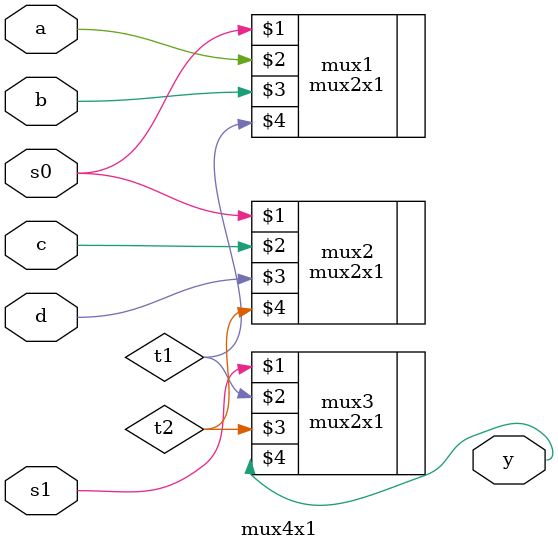
<source format=v>
module mux4x1(a,b,c,d,s0,s1,y);
output y;
input a,b,c,d,s0,s1;
wire t1,t2;
mux2x1 mux1(s0,a,b,t1);
mux2x1 mux2(s0,c,d,t2);
mux2x1 mux3(s1,t1,t2,y);
endmodule

</source>
